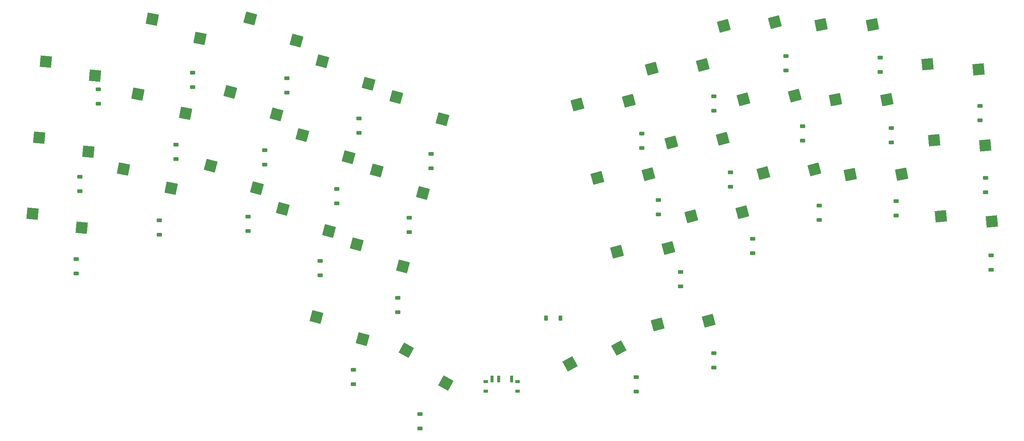
<source format=gbr>
%TF.GenerationSoftware,KiCad,Pcbnew,7.0.2*%
%TF.CreationDate,2023-06-30T23:04:39+02:00*%
%TF.ProjectId,Qeshda,51657368-6461-42e6-9b69-6361645f7063,rev?*%
%TF.SameCoordinates,Original*%
%TF.FileFunction,Paste,Bot*%
%TF.FilePolarity,Positive*%
%FSLAX46Y46*%
G04 Gerber Fmt 4.6, Leading zero omitted, Abs format (unit mm)*
G04 Created by KiCad (PCBNEW 7.0.2) date 2023-06-30 23:04:39*
%MOMM*%
%LPD*%
G01*
G04 APERTURE LIST*
G04 Aperture macros list*
%AMRoundRect*
0 Rectangle with rounded corners*
0 $1 Rounding radius*
0 $2 $3 $4 $5 $6 $7 $8 $9 X,Y pos of 4 corners*
0 Add a 4 corners polygon primitive as box body*
4,1,4,$2,$3,$4,$5,$6,$7,$8,$9,$2,$3,0*
0 Add four circle primitives for the rounded corners*
1,1,$1+$1,$2,$3*
1,1,$1+$1,$4,$5*
1,1,$1+$1,$6,$7*
1,1,$1+$1,$8,$9*
0 Add four rect primitives between the rounded corners*
20,1,$1+$1,$2,$3,$4,$5,0*
20,1,$1+$1,$4,$5,$6,$7,0*
20,1,$1+$1,$6,$7,$8,$9,0*
20,1,$1+$1,$8,$9,$2,$3,0*%
%AMRotRect*
0 Rectangle, with rotation*
0 The origin of the aperture is its center*
0 $1 length*
0 $2 width*
0 $3 Rotation angle, in degrees counterclockwise*
0 Add horizontal line*
21,1,$1,$2,0,0,$3*%
G04 Aperture macros list end*
%ADD10RotRect,2.600000X2.600000X345.000000*%
%ADD11RotRect,2.600000X2.600000X355.000000*%
%ADD12RotRect,2.600000X2.600000X15.000000*%
%ADD13RotRect,2.600000X2.600000X11.000000*%
%ADD14RotRect,2.600000X2.600000X5.000000*%
%ADD15RotRect,2.600000X2.600000X349.000000*%
%ADD16RotRect,2.600000X2.600000X29.000000*%
%ADD17RotRect,2.600000X2.600000X331.000000*%
%ADD18RoundRect,0.225000X0.375000X-0.225000X0.375000X0.225000X-0.375000X0.225000X-0.375000X-0.225000X0*%
%ADD19RoundRect,0.225000X0.225000X0.375000X-0.225000X0.375000X-0.225000X-0.375000X0.225000X-0.375000X0*%
%ADD20R,1.000000X0.800000*%
%ADD21R,0.700000X1.500000*%
G04 APERTURE END LIST*
D10*
%TO.C,SW20*%
X103582630Y-76568514D03*
X114169672Y-81682912D03*
%TD*%
D11*
%TO.C,SW1*%
X49305375Y-42829764D03*
X60619682Y-46028043D03*
%TD*%
D12*
%TO.C,SW21*%
X197143458Y-78263779D03*
X208869304Y-77399457D03*
%TD*%
D13*
%TO.C,SW23*%
X233546495Y-68727402D03*
X245304070Y-68683139D03*
%TD*%
%TO.C,SW7*%
X226868180Y-34370451D03*
X238625755Y-34326188D03*
%TD*%
D12*
%TO.C,SW32*%
X171121030Y-52625268D03*
X182846876Y-51760946D03*
%TD*%
D10*
%TO.C,SW37*%
X111290832Y-101409997D03*
X121877874Y-106524395D03*
%TD*%
D12*
%TO.C,SW30*%
X180179697Y-86432672D03*
X191905543Y-85568350D03*
%TD*%
D14*
%TO.C,SW16*%
X252747677Y-60834042D03*
X264445469Y-62019022D03*
%TD*%
D12*
%TO.C,SW5*%
X188084791Y-44456376D03*
X199810637Y-43592054D03*
%TD*%
D10*
%TO.C,SW12*%
X108111963Y-59664812D03*
X118699005Y-64779210D03*
%TD*%
D15*
%TO.C,SW2*%
X73755064Y-33120652D03*
X84673078Y-37484076D03*
%TD*%
D12*
%TO.C,SW14*%
X209124952Y-51500815D03*
X220850798Y-50636493D03*
%TD*%
D10*
%TO.C,SW19*%
X87071802Y-66709252D03*
X97658844Y-71823650D03*
%TD*%
%TO.C,SW4*%
X112641297Y-42761111D03*
X123228339Y-47875509D03*
%TD*%
%TO.C,SW3*%
X96130469Y-32901848D03*
X106717511Y-38016246D03*
%TD*%
D15*
%TO.C,SW18*%
X67076749Y-67477603D03*
X77994763Y-71841027D03*
%TD*%
D12*
%TO.C,SW13*%
X192614124Y-61360077D03*
X204339970Y-60495755D03*
%TD*%
D16*
%TO.C,SW39*%
X169412448Y-112191176D03*
X180580888Y-108515788D03*
%TD*%
D10*
%TO.C,SW28*%
X125075725Y-67833705D03*
X135662767Y-72948103D03*
%TD*%
D12*
%TO.C,SW6*%
X204595619Y-34597113D03*
X216321465Y-33732791D03*
%TD*%
D11*
%TO.C,SW9*%
X47780150Y-60263171D03*
X59094457Y-63461450D03*
%TD*%
%TO.C,SW17*%
X46254924Y-77696578D03*
X57569231Y-80894857D03*
%TD*%
D15*
%TO.C,SW10*%
X70415906Y-50299127D03*
X81333920Y-54662551D03*
%TD*%
D12*
%TO.C,SW40*%
X189435256Y-103105262D03*
X201161102Y-102240940D03*
%TD*%
D10*
%TO.C,SW27*%
X129605058Y-50930003D03*
X140192100Y-56044401D03*
%TD*%
%TO.C,SW29*%
X120546391Y-84737407D03*
X131133433Y-89851805D03*
%TD*%
D14*
%TO.C,SW8*%
X251222452Y-43400635D03*
X262920244Y-44585615D03*
%TD*%
D13*
%TO.C,SW15*%
X230207338Y-51548926D03*
X241964913Y-51504663D03*
%TD*%
D12*
%TO.C,SW31*%
X175650363Y-69528970D03*
X187376209Y-68664648D03*
%TD*%
D14*
%TO.C,SW24*%
X254272903Y-78267449D03*
X265970695Y-79452429D03*
%TD*%
D17*
%TO.C,SW38*%
X131911695Y-109015672D03*
X140946972Y-116539388D03*
%TD*%
D10*
%TO.C,SW11*%
X91601136Y-49805550D03*
X102188178Y-54919948D03*
%TD*%
D12*
%TO.C,SW22*%
X213654286Y-68404517D03*
X225380132Y-67540195D03*
%TD*%
D18*
%TO.C,D14*%
X222670000Y-60960000D03*
X222670000Y-57660000D03*
%TD*%
%TO.C,D13*%
X206160000Y-71500000D03*
X206160000Y-68200000D03*
%TD*%
%TO.C,D9*%
X57150000Y-72516000D03*
X57150000Y-69216000D03*
%TD*%
%TO.C,D31*%
X185840000Y-62610000D03*
X185840000Y-59310000D03*
%TD*%
%TO.C,D20*%
X112180000Y-91820000D03*
X112180000Y-88520000D03*
%TD*%
%TO.C,D38*%
X202350000Y-113030000D03*
X202350000Y-109730000D03*
%TD*%
%TO.C,D29*%
X194730000Y-94360000D03*
X194730000Y-91060000D03*
%TD*%
%TO.C,D26*%
X137580000Y-67310000D03*
X137580000Y-64010000D03*
%TD*%
%TO.C,D6*%
X218860000Y-44830000D03*
X218860000Y-41530000D03*
%TD*%
%TO.C,D11*%
X99480000Y-66420000D03*
X99480000Y-63120000D03*
%TD*%
%TO.C,D3*%
X104560000Y-49910000D03*
X104560000Y-46610000D03*
%TD*%
D19*
%TO.C,D25*%
X167170000Y-101680000D03*
X163870000Y-101680000D03*
%TD*%
D18*
%TO.C,D10*%
X79160000Y-65150000D03*
X79160000Y-61850000D03*
%TD*%
%TO.C,D12*%
X115990000Y-75310000D03*
X115990000Y-72010000D03*
%TD*%
%TO.C,D28*%
X129960000Y-100330000D03*
X129960000Y-97030000D03*
%TD*%
%TO.C,D24*%
X265850000Y-90550000D03*
X265850000Y-87250000D03*
%TD*%
%TO.C,D16*%
X264580000Y-72770000D03*
X264580000Y-69470000D03*
%TD*%
%TO.C,D18*%
X75350000Y-82550000D03*
X75350000Y-79250000D03*
%TD*%
%TO.C,D30*%
X189650000Y-77850000D03*
X189650000Y-74550000D03*
%TD*%
%TO.C,D8*%
X263310000Y-56260000D03*
X263310000Y-52960000D03*
%TD*%
%TO.C,D21*%
X211240000Y-86740000D03*
X211240000Y-83440000D03*
%TD*%
%TO.C,D4*%
X121070000Y-59180000D03*
X121070000Y-55880000D03*
%TD*%
%TO.C,D7*%
X240450000Y-45210000D03*
X240450000Y-41910000D03*
%TD*%
D20*
%TO.C,SW33*%
X157404418Y-118457091D03*
X157404418Y-116247091D03*
X150104418Y-118457091D03*
X150104418Y-116247091D03*
D21*
X156004418Y-115597091D03*
X153004418Y-115597091D03*
X151504418Y-115597091D03*
%TD*%
D18*
%TO.C,D27*%
X132588000Y-81914000D03*
X132588000Y-78614000D03*
%TD*%
%TO.C,D5*%
X202350000Y-54100000D03*
X202350000Y-50800000D03*
%TD*%
%TO.C,D19*%
X95670000Y-81660000D03*
X95670000Y-78360000D03*
%TD*%
%TO.C,D15*%
X242990000Y-61340000D03*
X242990000Y-58040000D03*
%TD*%
%TO.C,D36*%
X135040000Y-127000000D03*
X135040000Y-123700000D03*
%TD*%
%TO.C,D23*%
X244094000Y-78104000D03*
X244094000Y-74804000D03*
%TD*%
%TO.C,D22*%
X226480000Y-79120000D03*
X226480000Y-75820000D03*
%TD*%
%TO.C,D2*%
X82970000Y-48640000D03*
X82970000Y-45340000D03*
%TD*%
%TO.C,D35*%
X119800000Y-116840000D03*
X119800000Y-113540000D03*
%TD*%
%TO.C,D37*%
X184570000Y-118490000D03*
X184570000Y-115190000D03*
%TD*%
%TO.C,D1*%
X61380000Y-52450000D03*
X61380000Y-49150000D03*
%TD*%
%TO.C,D17*%
X56300000Y-91440000D03*
X56300000Y-88140000D03*
%TD*%
M02*

</source>
